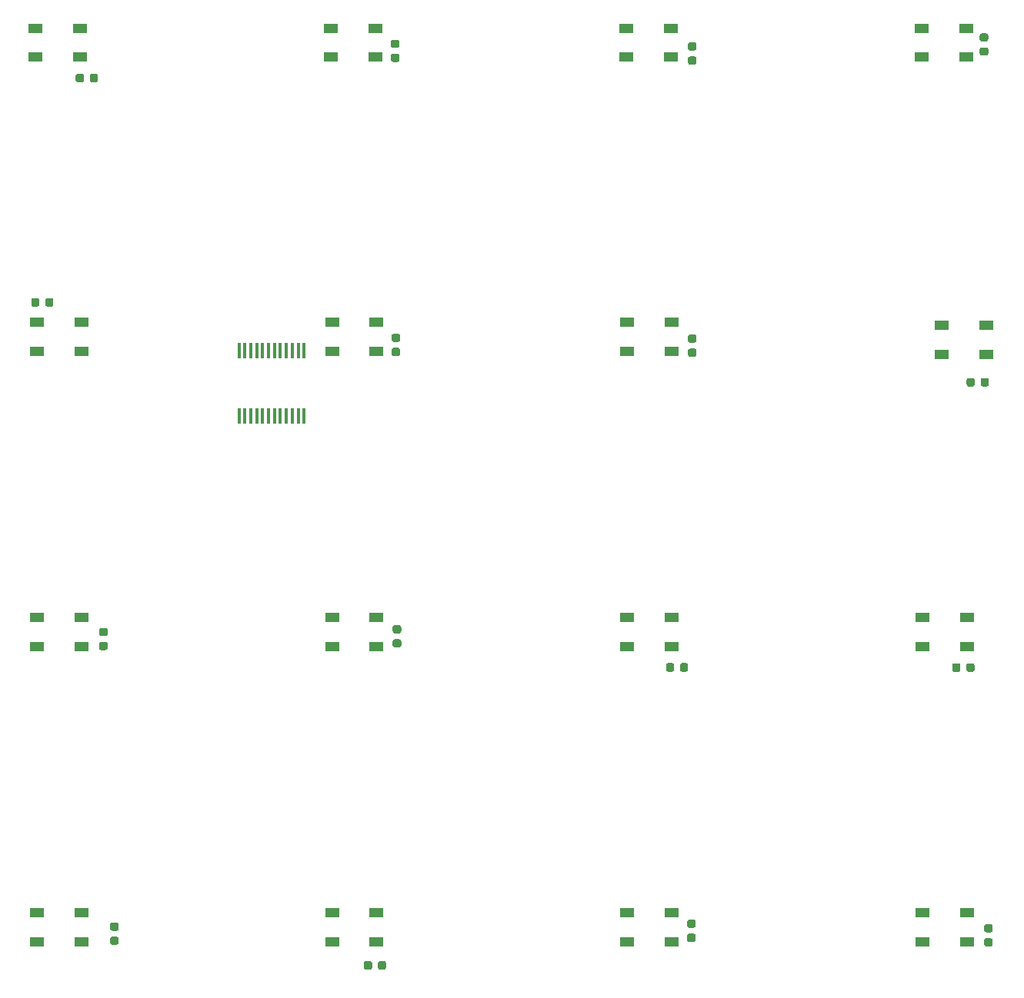
<source format=gbr>
%TF.GenerationSoftware,KiCad,Pcbnew,(5.1.7-0-10_14)*%
%TF.CreationDate,2020-11-04T15:25:09-03:00*%
%TF.ProjectId,Aracde button 24mm 4x4 - 3,41726163-6465-4206-9275-74746f6e2032,rev?*%
%TF.SameCoordinates,Original*%
%TF.FileFunction,Paste,Top*%
%TF.FilePolarity,Positive*%
%FSLAX46Y46*%
G04 Gerber Fmt 4.6, Leading zero omitted, Abs format (unit mm)*
G04 Created by KiCad (PCBNEW (5.1.7-0-10_14)) date 2020-11-04 15:25:09*
%MOMM*%
%LPD*%
G01*
G04 APERTURE LIST*
%ADD10R,1.500000X1.000000*%
%ADD11R,0.450000X1.750000*%
G04 APERTURE END LIST*
D10*
%TO.C,D1*%
X65750000Y-77300000D03*
X65750000Y-74100000D03*
X60850000Y-77300000D03*
X60850000Y-74100000D03*
%TD*%
%TO.C,D5*%
X125850000Y-74100000D03*
X125850000Y-77300000D03*
X130750000Y-74100000D03*
X130750000Y-77300000D03*
%TD*%
%TO.C,D9*%
X65850000Y-109700000D03*
X65850000Y-106500000D03*
X60950000Y-109700000D03*
X60950000Y-106500000D03*
%TD*%
%TO.C,D13*%
X130850000Y-109700000D03*
X130850000Y-106500000D03*
X125950000Y-109700000D03*
X125950000Y-106500000D03*
%TD*%
%TO.C,D3*%
X98250000Y-77300000D03*
X98250000Y-74100000D03*
X93350000Y-77300000D03*
X93350000Y-74100000D03*
%TD*%
%TO.C,D7*%
X158350000Y-74100000D03*
X158350000Y-77300000D03*
X163250000Y-74100000D03*
X163250000Y-77300000D03*
%TD*%
%TO.C,D11*%
X98350000Y-109700000D03*
X98350000Y-106500000D03*
X93450000Y-109700000D03*
X93450000Y-106500000D03*
%TD*%
%TO.C,D15*%
X165450000Y-110000000D03*
X165450000Y-106800000D03*
X160550000Y-110000000D03*
X160550000Y-106800000D03*
%TD*%
%TO.C,D17*%
X65850000Y-142200000D03*
X65850000Y-139000000D03*
X60950000Y-142200000D03*
X60950000Y-139000000D03*
%TD*%
%TO.C,D21*%
X125950000Y-139000000D03*
X125950000Y-142200000D03*
X130850000Y-139000000D03*
X130850000Y-142200000D03*
%TD*%
%TO.C,D25*%
X65850000Y-174700000D03*
X65850000Y-171500000D03*
X60950000Y-174700000D03*
X60950000Y-171500000D03*
%TD*%
%TO.C,D29*%
X130850000Y-174700000D03*
X130850000Y-171500000D03*
X125950000Y-174700000D03*
X125950000Y-171500000D03*
%TD*%
%TO.C,D19*%
X98350000Y-142200000D03*
X98350000Y-139000000D03*
X93450000Y-142200000D03*
X93450000Y-139000000D03*
%TD*%
%TO.C,D23*%
X163350000Y-142200000D03*
X163350000Y-139000000D03*
X158450000Y-142200000D03*
X158450000Y-139000000D03*
%TD*%
%TO.C,D27*%
X98350000Y-174700000D03*
X98350000Y-171500000D03*
X93450000Y-174700000D03*
X93450000Y-171500000D03*
%TD*%
%TO.C,D31*%
X158450000Y-171500000D03*
X158450000Y-174700000D03*
X163350000Y-171500000D03*
X163350000Y-174700000D03*
%TD*%
%TO.C,C1*%
G36*
G01*
X66150000Y-79350000D02*
X66150000Y-79850000D01*
G75*
G02*
X65925000Y-80075000I-225000J0D01*
G01*
X65475000Y-80075000D01*
G75*
G02*
X65250000Y-79850000I0J225000D01*
G01*
X65250000Y-79350000D01*
G75*
G02*
X65475000Y-79125000I225000J0D01*
G01*
X65925000Y-79125000D01*
G75*
G02*
X66150000Y-79350000I0J-225000D01*
G01*
G37*
G36*
G01*
X67700000Y-79350000D02*
X67700000Y-79850000D01*
G75*
G02*
X67475000Y-80075000I-225000J0D01*
G01*
X67025000Y-80075000D01*
G75*
G02*
X66800000Y-79850000I0J225000D01*
G01*
X66800000Y-79350000D01*
G75*
G02*
X67025000Y-79125000I225000J0D01*
G01*
X67475000Y-79125000D01*
G75*
G02*
X67700000Y-79350000I0J-225000D01*
G01*
G37*
%TD*%
%TO.C,C2*%
G36*
G01*
X100650000Y-77825000D02*
X100150000Y-77825000D01*
G75*
G02*
X99925000Y-77600000I0J225000D01*
G01*
X99925000Y-77150000D01*
G75*
G02*
X100150000Y-76925000I225000J0D01*
G01*
X100650000Y-76925000D01*
G75*
G02*
X100875000Y-77150000I0J-225000D01*
G01*
X100875000Y-77600000D01*
G75*
G02*
X100650000Y-77825000I-225000J0D01*
G01*
G37*
G36*
G01*
X100650000Y-76275000D02*
X100150000Y-76275000D01*
G75*
G02*
X99925000Y-76050000I0J225000D01*
G01*
X99925000Y-75600000D01*
G75*
G02*
X100150000Y-75375000I225000J0D01*
G01*
X100650000Y-75375000D01*
G75*
G02*
X100875000Y-75600000I0J-225000D01*
G01*
X100875000Y-76050000D01*
G75*
G02*
X100650000Y-76275000I-225000J0D01*
G01*
G37*
%TD*%
%TO.C,C3*%
G36*
G01*
X133350000Y-78125000D02*
X132850000Y-78125000D01*
G75*
G02*
X132625000Y-77900000I0J225000D01*
G01*
X132625000Y-77450000D01*
G75*
G02*
X132850000Y-77225000I225000J0D01*
G01*
X133350000Y-77225000D01*
G75*
G02*
X133575000Y-77450000I0J-225000D01*
G01*
X133575000Y-77900000D01*
G75*
G02*
X133350000Y-78125000I-225000J0D01*
G01*
G37*
G36*
G01*
X133350000Y-76575000D02*
X132850000Y-76575000D01*
G75*
G02*
X132625000Y-76350000I0J225000D01*
G01*
X132625000Y-75900000D01*
G75*
G02*
X132850000Y-75675000I225000J0D01*
G01*
X133350000Y-75675000D01*
G75*
G02*
X133575000Y-75900000I0J-225000D01*
G01*
X133575000Y-76350000D01*
G75*
G02*
X133350000Y-76575000I-225000J0D01*
G01*
G37*
%TD*%
%TO.C,C4*%
G36*
G01*
X165450000Y-77125000D02*
X164950000Y-77125000D01*
G75*
G02*
X164725000Y-76900000I0J225000D01*
G01*
X164725000Y-76450000D01*
G75*
G02*
X164950000Y-76225000I225000J0D01*
G01*
X165450000Y-76225000D01*
G75*
G02*
X165675000Y-76450000I0J-225000D01*
G01*
X165675000Y-76900000D01*
G75*
G02*
X165450000Y-77125000I-225000J0D01*
G01*
G37*
G36*
G01*
X165450000Y-75575000D02*
X164950000Y-75575000D01*
G75*
G02*
X164725000Y-75350000I0J225000D01*
G01*
X164725000Y-74900000D01*
G75*
G02*
X164950000Y-74675000I225000J0D01*
G01*
X165450000Y-74675000D01*
G75*
G02*
X165675000Y-74900000I0J-225000D01*
G01*
X165675000Y-75350000D01*
G75*
G02*
X165450000Y-75575000I-225000J0D01*
G01*
G37*
%TD*%
%TO.C,C5*%
G36*
G01*
X62800000Y-104050000D02*
X62800000Y-104550000D01*
G75*
G02*
X62575000Y-104775000I-225000J0D01*
G01*
X62125000Y-104775000D01*
G75*
G02*
X61900000Y-104550000I0J225000D01*
G01*
X61900000Y-104050000D01*
G75*
G02*
X62125000Y-103825000I225000J0D01*
G01*
X62575000Y-103825000D01*
G75*
G02*
X62800000Y-104050000I0J-225000D01*
G01*
G37*
G36*
G01*
X61250000Y-104050000D02*
X61250000Y-104550000D01*
G75*
G02*
X61025000Y-104775000I-225000J0D01*
G01*
X60575000Y-104775000D01*
G75*
G02*
X60350000Y-104550000I0J225000D01*
G01*
X60350000Y-104050000D01*
G75*
G02*
X60575000Y-103825000I225000J0D01*
G01*
X61025000Y-103825000D01*
G75*
G02*
X61250000Y-104050000I0J-225000D01*
G01*
G37*
%TD*%
%TO.C,C6*%
G36*
G01*
X100730000Y-108660000D02*
X100230000Y-108660000D01*
G75*
G02*
X100005000Y-108435000I0J225000D01*
G01*
X100005000Y-107985000D01*
G75*
G02*
X100230000Y-107760000I225000J0D01*
G01*
X100730000Y-107760000D01*
G75*
G02*
X100955000Y-107985000I0J-225000D01*
G01*
X100955000Y-108435000D01*
G75*
G02*
X100730000Y-108660000I-225000J0D01*
G01*
G37*
G36*
G01*
X100730000Y-110210000D02*
X100230000Y-110210000D01*
G75*
G02*
X100005000Y-109985000I0J225000D01*
G01*
X100005000Y-109535000D01*
G75*
G02*
X100230000Y-109310000I225000J0D01*
G01*
X100730000Y-109310000D01*
G75*
G02*
X100955000Y-109535000I0J-225000D01*
G01*
X100955000Y-109985000D01*
G75*
G02*
X100730000Y-110210000I-225000J0D01*
G01*
G37*
%TD*%
%TO.C,C7*%
G36*
G01*
X133350000Y-108750000D02*
X132850000Y-108750000D01*
G75*
G02*
X132625000Y-108525000I0J225000D01*
G01*
X132625000Y-108075000D01*
G75*
G02*
X132850000Y-107850000I225000J0D01*
G01*
X133350000Y-107850000D01*
G75*
G02*
X133575000Y-108075000I0J-225000D01*
G01*
X133575000Y-108525000D01*
G75*
G02*
X133350000Y-108750000I-225000J0D01*
G01*
G37*
G36*
G01*
X133350000Y-110300000D02*
X132850000Y-110300000D01*
G75*
G02*
X132625000Y-110075000I0J225000D01*
G01*
X132625000Y-109625000D01*
G75*
G02*
X132850000Y-109400000I225000J0D01*
G01*
X133350000Y-109400000D01*
G75*
G02*
X133575000Y-109625000I0J-225000D01*
G01*
X133575000Y-110075000D01*
G75*
G02*
X133350000Y-110300000I-225000J0D01*
G01*
G37*
%TD*%
%TO.C,C8*%
G36*
G01*
X164190000Y-112850000D02*
X164190000Y-113350000D01*
G75*
G02*
X163965000Y-113575000I-225000J0D01*
G01*
X163515000Y-113575000D01*
G75*
G02*
X163290000Y-113350000I0J225000D01*
G01*
X163290000Y-112850000D01*
G75*
G02*
X163515000Y-112625000I225000J0D01*
G01*
X163965000Y-112625000D01*
G75*
G02*
X164190000Y-112850000I0J-225000D01*
G01*
G37*
G36*
G01*
X165740000Y-112850000D02*
X165740000Y-113350000D01*
G75*
G02*
X165515000Y-113575000I-225000J0D01*
G01*
X165065000Y-113575000D01*
G75*
G02*
X164840000Y-113350000I0J225000D01*
G01*
X164840000Y-112850000D01*
G75*
G02*
X165065000Y-112625000I225000J0D01*
G01*
X165515000Y-112625000D01*
G75*
G02*
X165740000Y-112850000I0J-225000D01*
G01*
G37*
%TD*%
%TO.C,C9*%
G36*
G01*
X68545000Y-141045000D02*
X68045000Y-141045000D01*
G75*
G02*
X67820000Y-140820000I0J225000D01*
G01*
X67820000Y-140370000D01*
G75*
G02*
X68045000Y-140145000I225000J0D01*
G01*
X68545000Y-140145000D01*
G75*
G02*
X68770000Y-140370000I0J-225000D01*
G01*
X68770000Y-140820000D01*
G75*
G02*
X68545000Y-141045000I-225000J0D01*
G01*
G37*
G36*
G01*
X68545000Y-142595000D02*
X68045000Y-142595000D01*
G75*
G02*
X67820000Y-142370000I0J225000D01*
G01*
X67820000Y-141920000D01*
G75*
G02*
X68045000Y-141695000I225000J0D01*
G01*
X68545000Y-141695000D01*
G75*
G02*
X68770000Y-141920000I0J-225000D01*
G01*
X68770000Y-142370000D01*
G75*
G02*
X68545000Y-142595000I-225000J0D01*
G01*
G37*
%TD*%
%TO.C,C10*%
G36*
G01*
X100850000Y-140750000D02*
X100350000Y-140750000D01*
G75*
G02*
X100125000Y-140525000I0J225000D01*
G01*
X100125000Y-140075000D01*
G75*
G02*
X100350000Y-139850000I225000J0D01*
G01*
X100850000Y-139850000D01*
G75*
G02*
X101075000Y-140075000I0J-225000D01*
G01*
X101075000Y-140525000D01*
G75*
G02*
X100850000Y-140750000I-225000J0D01*
G01*
G37*
G36*
G01*
X100850000Y-142300000D02*
X100350000Y-142300000D01*
G75*
G02*
X100125000Y-142075000I0J225000D01*
G01*
X100125000Y-141625000D01*
G75*
G02*
X100350000Y-141400000I225000J0D01*
G01*
X100850000Y-141400000D01*
G75*
G02*
X101075000Y-141625000I0J-225000D01*
G01*
X101075000Y-142075000D01*
G75*
G02*
X100850000Y-142300000I-225000J0D01*
G01*
G37*
%TD*%
%TO.C,C11*%
G36*
G01*
X131750000Y-144750000D02*
X131750000Y-144250000D01*
G75*
G02*
X131975000Y-144025000I225000J0D01*
G01*
X132425000Y-144025000D01*
G75*
G02*
X132650000Y-144250000I0J-225000D01*
G01*
X132650000Y-144750000D01*
G75*
G02*
X132425000Y-144975000I-225000J0D01*
G01*
X131975000Y-144975000D01*
G75*
G02*
X131750000Y-144750000I0J225000D01*
G01*
G37*
G36*
G01*
X130200000Y-144750000D02*
X130200000Y-144250000D01*
G75*
G02*
X130425000Y-144025000I225000J0D01*
G01*
X130875000Y-144025000D01*
G75*
G02*
X131100000Y-144250000I0J-225000D01*
G01*
X131100000Y-144750000D01*
G75*
G02*
X130875000Y-144975000I-225000J0D01*
G01*
X130425000Y-144975000D01*
G75*
G02*
X130200000Y-144750000I0J225000D01*
G01*
G37*
%TD*%
%TO.C,C12*%
G36*
G01*
X164160000Y-144270000D02*
X164160000Y-144770000D01*
G75*
G02*
X163935000Y-144995000I-225000J0D01*
G01*
X163485000Y-144995000D01*
G75*
G02*
X163260000Y-144770000I0J225000D01*
G01*
X163260000Y-144270000D01*
G75*
G02*
X163485000Y-144045000I225000J0D01*
G01*
X163935000Y-144045000D01*
G75*
G02*
X164160000Y-144270000I0J-225000D01*
G01*
G37*
G36*
G01*
X162610000Y-144270000D02*
X162610000Y-144770000D01*
G75*
G02*
X162385000Y-144995000I-225000J0D01*
G01*
X161935000Y-144995000D01*
G75*
G02*
X161710000Y-144770000I0J225000D01*
G01*
X161710000Y-144270000D01*
G75*
G02*
X161935000Y-144045000I225000J0D01*
G01*
X162385000Y-144045000D01*
G75*
G02*
X162610000Y-144270000I0J-225000D01*
G01*
G37*
%TD*%
%TO.C,C13*%
G36*
G01*
X69750000Y-175050000D02*
X69250000Y-175050000D01*
G75*
G02*
X69025000Y-174825000I0J225000D01*
G01*
X69025000Y-174375000D01*
G75*
G02*
X69250000Y-174150000I225000J0D01*
G01*
X69750000Y-174150000D01*
G75*
G02*
X69975000Y-174375000I0J-225000D01*
G01*
X69975000Y-174825000D01*
G75*
G02*
X69750000Y-175050000I-225000J0D01*
G01*
G37*
G36*
G01*
X69750000Y-173500000D02*
X69250000Y-173500000D01*
G75*
G02*
X69025000Y-173275000I0J225000D01*
G01*
X69025000Y-172825000D01*
G75*
G02*
X69250000Y-172600000I225000J0D01*
G01*
X69750000Y-172600000D01*
G75*
G02*
X69975000Y-172825000I0J-225000D01*
G01*
X69975000Y-173275000D01*
G75*
G02*
X69750000Y-173500000I-225000J0D01*
G01*
G37*
%TD*%
%TO.C,C14*%
G36*
G01*
X99410000Y-177060000D02*
X99410000Y-177560000D01*
G75*
G02*
X99185000Y-177785000I-225000J0D01*
G01*
X98735000Y-177785000D01*
G75*
G02*
X98510000Y-177560000I0J225000D01*
G01*
X98510000Y-177060000D01*
G75*
G02*
X98735000Y-176835000I225000J0D01*
G01*
X99185000Y-176835000D01*
G75*
G02*
X99410000Y-177060000I0J-225000D01*
G01*
G37*
G36*
G01*
X97860000Y-177060000D02*
X97860000Y-177560000D01*
G75*
G02*
X97635000Y-177785000I-225000J0D01*
G01*
X97185000Y-177785000D01*
G75*
G02*
X96960000Y-177560000I0J225000D01*
G01*
X96960000Y-177060000D01*
G75*
G02*
X97185000Y-176835000I225000J0D01*
G01*
X97635000Y-176835000D01*
G75*
G02*
X97860000Y-177060000I0J-225000D01*
G01*
G37*
%TD*%
%TO.C,C15*%
G36*
G01*
X133250000Y-174725000D02*
X132750000Y-174725000D01*
G75*
G02*
X132525000Y-174500000I0J225000D01*
G01*
X132525000Y-174050000D01*
G75*
G02*
X132750000Y-173825000I225000J0D01*
G01*
X133250000Y-173825000D01*
G75*
G02*
X133475000Y-174050000I0J-225000D01*
G01*
X133475000Y-174500000D01*
G75*
G02*
X133250000Y-174725000I-225000J0D01*
G01*
G37*
G36*
G01*
X133250000Y-173175000D02*
X132750000Y-173175000D01*
G75*
G02*
X132525000Y-172950000I0J225000D01*
G01*
X132525000Y-172500000D01*
G75*
G02*
X132750000Y-172275000I225000J0D01*
G01*
X133250000Y-172275000D01*
G75*
G02*
X133475000Y-172500000I0J-225000D01*
G01*
X133475000Y-172950000D01*
G75*
G02*
X133250000Y-173175000I-225000J0D01*
G01*
G37*
%TD*%
%TO.C,C16*%
G36*
G01*
X165950000Y-173670000D02*
X165450000Y-173670000D01*
G75*
G02*
X165225000Y-173445000I0J225000D01*
G01*
X165225000Y-172995000D01*
G75*
G02*
X165450000Y-172770000I225000J0D01*
G01*
X165950000Y-172770000D01*
G75*
G02*
X166175000Y-172995000I0J-225000D01*
G01*
X166175000Y-173445000D01*
G75*
G02*
X165950000Y-173670000I-225000J0D01*
G01*
G37*
G36*
G01*
X165950000Y-175220000D02*
X165450000Y-175220000D01*
G75*
G02*
X165225000Y-174995000I0J225000D01*
G01*
X165225000Y-174545000D01*
G75*
G02*
X165450000Y-174320000I225000J0D01*
G01*
X165950000Y-174320000D01*
G75*
G02*
X166175000Y-174545000I0J-225000D01*
G01*
X166175000Y-174995000D01*
G75*
G02*
X165950000Y-175220000I-225000J0D01*
G01*
G37*
%TD*%
D11*
%TO.C,74hc4067*%
X83225000Y-116800000D03*
X83875000Y-116800000D03*
X84525000Y-116800000D03*
X85175000Y-116800000D03*
X85825000Y-116800000D03*
X86475000Y-116800000D03*
X87125000Y-116800000D03*
X87775000Y-116800000D03*
X88425000Y-116800000D03*
X89075000Y-116800000D03*
X89725000Y-116800000D03*
X90375000Y-116800000D03*
X90375000Y-109600000D03*
X89725000Y-109600000D03*
X89075000Y-109600000D03*
X88425000Y-109600000D03*
X87775000Y-109600000D03*
X87125000Y-109600000D03*
X86475000Y-109600000D03*
X85825000Y-109600000D03*
X85175000Y-109600000D03*
X84525000Y-109600000D03*
X83875000Y-109600000D03*
X83225000Y-109600000D03*
%TD*%
M02*

</source>
